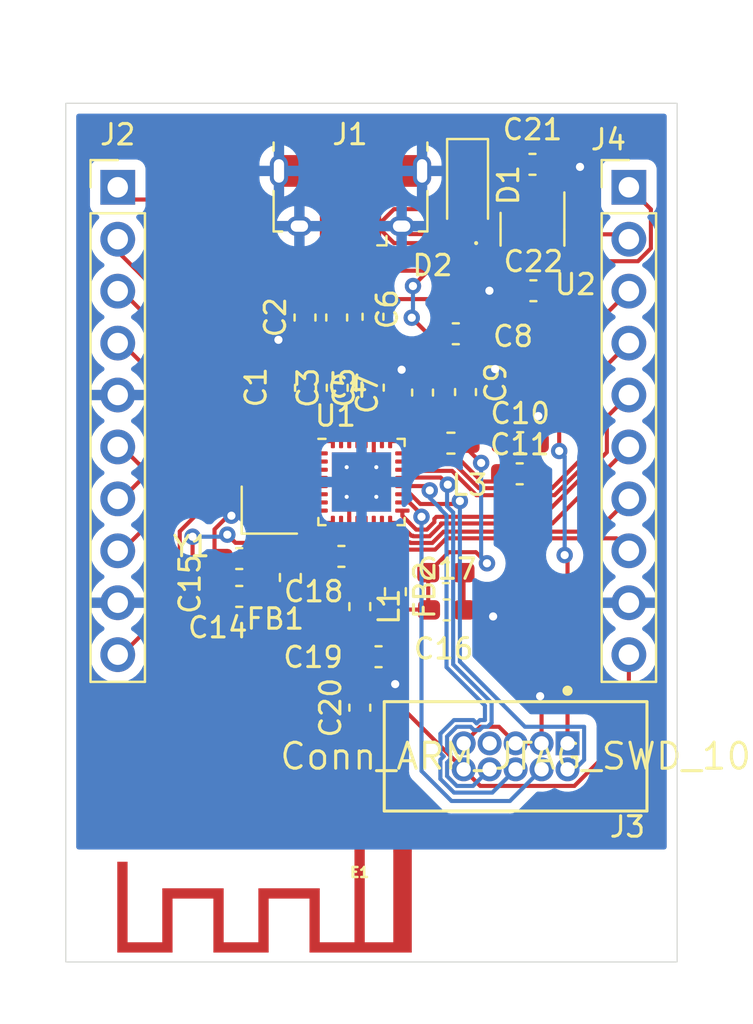
<source format=kicad_pcb>
(kicad_pcb (version 20211014) (generator pcbnew)
  (layers (0 "F.Cu" signal) (31 "B.Cu" signal) (34 "B.Paste" user) (35 "F.Paste" user) (36 "B.SilkS" user "B.Silkscreen") (37 "F.SilkS" user "F.Silkscreen") (38 "B.Mask" user) (39 "F.Mask" user) (44 "Edge.Cuts" user))
  (net 0 "")
  (net 1 "GND")
  (net 2 "/DVDD")
  (net 3 "Net-(C10-Pad1)")
  (net 4 "/HFXTAL_I")
  (net 5 "VBUS")
  (net 7 "/HFXTAL_O")
  (net 8 "/RF2G4_IO")
  (net 9 "Net-(C19-Pad1)")
  (net 10 "Net-(C20-Pad1)")
  (net 11 "/RFVDD")
  (net 12 "/PAVDD")
  (net 16 "/PD00")
  (net 17 "/PD01")
  (net 18 "/PB00")
  (net 19 "/PB01")
  (net 20 "/PB02")
  (net 21 "/PC00")
  (net 22 "/PC01")
  (net 23 "/SWDIO")
  (net 24 "/SWDCLK")
  (net 25 "/SWO")
  (net 27 "/TDI")
  (net 28 "/RESET_N")
  (net 29 "/PC02")
  (net 30 "/PC03")
  (net 31 "/PC04")
  (net 32 "/PC05")
  (net 33 "/PA05")
  (net 34 "/PA06")
  (net 35 "Net-(L3-Pad1)")
  (net 36 "/PA00")
  (net 37 "Net-(J1-Pad1)")
  (net 38 "+3.3V")
  (footprint "Capacitor_SMD:C_0603_1608Metric_Pad1.08x0.95mm_HandSolder" (layer "F.Cu") (at 230.04 93.91 90)
    (fp_text reference "C5")
    (fp_text value "0.1uF")
  )
  (footprint "Connector_PinHeader_2.54mm:PinHeader_1x10_P2.54mm_Vertical" (layer "F.Cu") (at 242.54 84.11)
    (fp_text reference "J4")
    (fp_text value "Conn_01x10")
  )
  (footprint "Capacitor_SMD:C_0603_1608Metric_Pad1.08x0.95mm_HandSolder" (layer "F.Cu") (at 237.825 82.9875 180)
    (fp_text reference "C21")
    (fp_text value "1uF")
  )
  (footprint "Capacitor_SMD:C_0603_1608Metric_Pad1.08x0.95mm_HandSolder" (layer "F.Cu") (at 228.25 90.48 -90)
    (fp_text reference "C4")
    (fp_text value "1uF")
  )
  (footprint "Package_DFN_QFN:QFN-32-1EP_4x4mm_P0.4mm_EP2.9x2.9mm_ThermalVias" (layer "F.Cu") (at 229.4625 98.525)
    (fp_text reference "U1")
    (fp_text value "EFR32MG22C224F512GN32")
  )
  (footprint "Capacitor_SMD:C_0603_1608Metric_Pad1.08x0.95mm_HandSolder" (layer "F.Cu") (at 237.2 98.125)
    (fp_text reference "C11")
    (fp_text value "0.1uF")
  )
  (footprint "Diode_SMD:D_0201_0603Metric" (layer "F.Cu") (at 234.21 86.84 180)
    (fp_text reference "D2")
    (fp_text value "D_TVS")
  )
  (footprint "ARM_DEBUG:CNC_Tech_2x5_ARM_DEBUG" (layer "F.Cu") (at 237 111.9425 180)
    (fp_text reference "J3")
    (fp_text value "Conn_ARM_JTAG_SWD_10")
  )
  (footprint "Capacitor_SMD:C_0603_1608Metric_Pad1.08x0.95mm_HandSolder" (layer "F.Cu") (at 229.38 109.5625 90)
    (fp_text reference "C20")
    (fp_text value "18pF")
  )
  (footprint "Connector_PinHeader_2.54mm:PinHeader_1x10_P2.54mm_Vertical" (layer "F.Cu") (at 217.54 84.11)
    (fp_text reference "J2")
    (fp_text value "Conn_01x10")
  )
  (footprint "Capacitor_SMD:C_0603_1608Metric_Pad1.08x0.95mm_HandSolder" (layer "F.Cu") (at 233.63 104.78)
    (fp_text reference "C16")
    (fp_text value "120pF")
  )
  (footprint "Capacitor_SMD:C_0603_1608Metric_Pad1.08x0.95mm_HandSolder" (layer "F.Cu") (at 223.4825 102.27 180)
    (fp_text reference "C15")
    (fp_text value "100nF")
  )
  (footprint "Capacitor_SMD:C_0603_1608Metric_Pad1.08x0.95mm_HandSolder" (layer "F.Cu") (at 226.7 90.48 -90)
    (fp_text reference "C2")
    (fp_text value "1uF")
  )
  (footprint "Capacitor_SMD:C_0603_1608Metric_Pad1.08x0.95mm_HandSolder" (layer "F.Cu") (at 232.45 94.15 90)
    (fp_text reference "C7")
    (fp_text value "10uF")
  )
  (footprint "Capacitor_SMD:C_0603_1608Metric_Pad1.08x0.95mm_HandSolder" (layer "F.Cu") (at 230.2975 107.07)
    (fp_text reference "C19")
    (fp_text value "1.3pF")
  )
  (footprint "Inductor_SMD:L_0603_1608Metric_Pad1.05x0.95mm_HandSolder" (layer "F.Cu") (at 229.38 104.6185 -90)
    (fp_text reference "L1")
    (fp_text value "2.6nH")
  )
  (footprint "Inductor_SMD:L_0603_1608Metric_Pad1.05x0.95mm_HandSolder" (layer "F.Cu") (at 231.12 103.89 -90)
    (fp_text reference "FB2")
    (fp_text value "1-5.2uH 0.5-1 Ω")
  )
  (footprint "Capacitor_SMD:C_0603_1608Metric_Pad1.08x0.95mm_HandSolder" (layer "F.Cu") (at 234.55 94.125 90)
    (fp_text reference "C9")
    (fp_text value "4.7uF")
  )
  (footprint "Capacitor_SMD:C_0603_1608Metric_Pad1.08x0.95mm_HandSolder" (layer "F.Cu") (at 237.87 89.17)
    (fp_text reference "C22")
    (fp_text value "1uF")
  )
  (footprint "Capacitor_SMD:C_0603_1608Metric_Pad1.08x0.95mm_HandSolder" (layer "F.Cu") (at 233.59 102.96)
    (fp_text reference "C17")
    (fp_text value "100nF")
  )
  (footprint "Inductor_SMD:L_0603_1608Metric_Pad1.05x0.95mm_HandSolder" (layer "F.Cu") (at 233.8375 96.625)
    (fp_text reference "L3")
    (fp_text value "2.2uH")
  )
  (footprint "Inductor_SMD:L_0603_1608Metric_Pad1.05x0.95mm_HandSolder" (layer "F.Cu") (at 225.9825 103.195 -90)
    (fp_text reference "FB1")
    (fp_text value "1-5.2uH 0.5-1 Ω")
  )
  (footprint "Capacitor_SMD:C_0603_1608Metric_Pad1.08x0.95mm_HandSolder" (layer "F.Cu") (at 228.275 93.9175 90)
    (fp_text reference "C3")
    (fp_text value "10nF")
  )
  (footprint "Capacitor_SMD:C_0603_1608Metric_Pad1.08x0.95mm_HandSolder" (layer "F.Cu") (at 237.225 96.6)
    (fp_text reference "C10")
    (fp_text value "1.0uF")
  )
  (footprint "Capacitor_SMD:C_0603_1608Metric_Pad1.08x0.95mm_HandSolder" (layer "F.Cu") (at 234.075 91.275)
    (fp_text reference "C8")
    (fp_text value "0.1uF")
  )
  (footprint "Package_TO_SOT_SMD:SOT-23-5" (layer "F.Cu") (at 237.825 86.1625 -90)
    (fp_text reference "U2")
    (fp_text value "TLV75533PDBV")
  )
  (footprint "Capacitor_SMD:C_0603_1608Metric_Pad1.08x0.95mm_HandSolder" (layer "F.Cu") (at 223.4825 104.12 180)
    (fp_text reference "C14")
    (fp_text value "120pF")
  )
  (footprint "Connector_USB:USB_Micro-B_Amphenol_10118194_Horizontal" (layer "F.Cu") (at 228.925 84.61 180)
    (fp_text reference "J1")
    (fp_text value "USB_B_Micro 10118194-0011LF")
  )
  (footprint "EFR32MG22_module:TRACE_ANTENNA_2.4GHZ_15.2MM" (layer "F.Cu") (at 229.37 116.638135 180)
    (fp_text reference "E1")
    (fp_text value "Inverted F antenna")
  )
  (footprint "Diode_SMD:D_SOD-123" (layer "F.Cu") (at 234.65 84 -90)
    (fp_text reference "D1")
    (fp_text value "D")
  )
  (footprint "Capacitor_SMD:C_0603_1608Metric_Pad1.08x0.95mm_HandSolder" (layer "F.Cu") (at 228.48 102.1625 180)
    (fp_text reference "C18")
    (fp_text value "1.2pF")
  )
  (footprint "Capacitor_SMD:C_0603_1608Metric_Pad1.08x0.95mm_HandSolder" (layer "F.Cu") (at 226.725 93.9175 90)
    (fp_text reference "C1")
    (fp_text value "0.1uF")
  )
  (footprint "Capacitor_SMD:C_0603_1608Metric_Pad1.08x0.95mm_HandSolder" (layer "F.Cu") (at 230.025 90.4425 -90)
    (fp_text reference "C6")
    (fp_text value "2.7uF")
  )
  (footprint "Crystal:Crystal_SMD_2016-4Pin_2.0x1.6mm" (layer "F.Cu") (at 224.954 99.9)
    (fp_text reference "Y1")
    (fp_text value "Crystal ECS-384-CDX-1983-TR3")
  )
  (gr_rect (start 215 80) (end 244.9 122) (layer "Edge.Cuts") (width 0.05) (fill none))
  (segment (start 234.18 86.4) (end 234.53 86.75) (width 0.2) (layer "F.Cu") (net 1))
  (segment (start 230.04 93.0475) (end 231.411852 93.0475) (width 0.2) (layer "F.Cu") (net 1))
  (segment (start 230.025 91.305) (end 230.025 93.0325) (width 0.2) (layer "F.Cu") (net 1))
  (segment (start 230.0625 97.925) (end 230.0625 96.525) (width 0.2) (layer "F.Cu") (net 1))
  (segment (start 229.375 83.31) (end 231.275 83.31) (width 0.25) (layer "F.Cu") (net 1))
  (segment (start 237.0075 89.17) (end 235.72 89.17) (width 0.2) (layer "F.Cu") (net 1))
  (segment (start 238.6875 82.9875) (end 237.825 83.85) (width 0.2) (layer "F.Cu") (net 1))
  (segment (start 228.8625 100.990741) (end 228.8625 100.525) (width 0.2) (layer "F.Cu") (net 1))
  (segment (start 225.45 100.45) (end 224.35 99.35) (width 0.2) (layer "F.Cu") (net 1))
  (segment (start 231.679852 93.2875) (end 231.425852 93.0335) (width 0.2) (layer "F.Cu") (net 1))
  (segment (start 222.2735 101.9235) (end 222.2735 100.840495) (width 0.2) (layer "F.Cu") (net 1))
  (segment (start 228.2 92.88) (end 226.9 92.88) (width 0.2) (layer "F.Cu") (net 1))
  (segment (start 227.690741 102.1625) (end 228.8625 100.990741) (width 0.2) (layer "F.Cu") (net 1))
  (segment (start 222.2735 100.840495) (end 222.940498 100.173497) (width 0.2) (layer "F.Cu") (net 1))
  (segment (start 222.62 102.27) (end 222.62 104.12) (width 0.2) (layer "F.Cu") (net 1))
  (segment (start 238.0125 96.875) (end 238.0125 98.075) (width 0.2) (layer "F.Cu") (net 1))
  (segment (start 231.411852 93.0475) (end 231.425852 93.0335) (width 0.2) (layer "F.Cu") (net 1))
  (segment (start 234.8125 105.1) (end 235.9 105.1) (width 0.2) (layer "F.Cu") (net 1))
  (segment (start 234.4925 104.78) (end 234.8125 105.1) (width 0.2) (layer "F.Cu") (net 1))
  (segment (start 240.025 82.9875) (end 240.15 83.1125) (width 0.2) (layer "F.Cu") (net 1))
  (segment (start 231.815 86.4) (end 234.18 86.4) (width 0.2) (layer "F.Cu") (net 1))
  (segment (start 232.45 93.2875) (end 231.679852 93.2875) (width 0.2) (layer "F.Cu") (net 1))
  (segment (start 234.4525 102.96) (end 234.4525 104.74) (width 0.2) (layer "F.Cu") (net 1))
  (segment (start 238.27 109.07) (end 238.2 109) (width 0.2) (layer "F.Cu") (net 1))
  (segment (start 228.8625 100.525) (end 228.8625 99.125) (width 0.2) (layer "F.Cu") (net 1))
  (segment (start 222.940498 100.173497) (end 223.1 100.173497) (width 0.2) (layer "F.Cu") (net 1))
  (segment (start 234.55 93.2625) (end 234.55 91.6625) (width 0.2) (layer "F.Cu") (net 1))
  (segment (start 226.7 91.3425) (end 228 91.3425) (width 0.2) (layer "F.Cu") (net 1))
  (segment (start 236.188 110.4955) (end 237 111.3075) (width 0.2) (layer "F.Cu") (net 1))
  (segment (start 231.16 107.07) (end 231.16 108.36) (width 0.2) (layer "F.Cu") (net 1))
  (segment (start 237.825 83.85) (end 237.825 85.025) (width 0.2) (layer "F.Cu") (net 1))
  (segment (start 238.11 95.3) (end 238.11 96.5775) (width 0.2) (layer "F.Cu") (net 1))
  (segment (start 225.475 83.31) (end 227.375 83.31) (width 0.25) (layer "F.Cu") (net 1))
  (segment (start 227.625 86.01) (end 226.425 86.01) (width 0.2) (layer "F.Cu") (net 1))
  (segment (start 225.6275 91.3425) (end 225.4 91.57) (width 0.2) (layer "F.Cu") (net 1))
  (segment (start 226.7 91.3425) (end 225.6275 91.3425) (width 0.2) (layer "F.Cu") (net 1))
  (segment (start 234.46 111.3075) (end 235.272 110.4955) (width 0.2) (layer "F.Cu") (net 1))
  (segment (start 226.725 93.055) (end 226.725 91.53) (width 0.25) (layer "F.Cu") (net 1))
  (segment (start 223.93 99.35) (end 223.106503 100.173497) (width 0.2) (layer "F.Cu") (net 1))
  (segment (start 238.6875 82.9875) (end 240.025 82.9875) (width 0.2) (layer "F.Cu") (net 1))
  (segment (start 238.27 111.3075) (end 237 111.3075) (width 0.2) (layer "F.Cu") (net 1))
  (segment (start 223.106503 100.173497) (end 223.1 100.173497) (width 0.2) (layer "F.Cu") (net 1))
  (segment (start 234.55 91.6625) (end 234.9375 91.275) (width 0.2) (layer "F.Cu") (net 1))
  (segment (start 238.27 111.3075) (end 238.27 109.07) (width 0.2) (layer "F.Cu") (net 1))
  (segment (start 231.16 108.36) (end 231.11 108.41) (width 0.2) (layer "F.Cu") (net 1))
  (segment (start 234.5375 91.125) (end 234.5375 92.2125) (width 0.2) (layer "F.Cu") (net 1))
  (segment (start 228.225 92.6675) (end 228.225 91.1425) (width 0.25) (layer "F.Cu") (net 1))
  (segment (start 231.425 86.01) (end 231.815 86.4) (width 0.2) (layer "F.Cu") (net 1))
  (segment (start 235.272 110.4955) (end 236.188 110.4955) (width 0.2) (layer "F.Cu") (net 1))
  (segment (start 234.7375 93) (end 236 93) (width 0.2) (layer "F.Cu") (net 1))
  (via (at 238.2 109) (size 0.8) (drill 0.4) (layers "F.Cu" "B.Cu") (net 1))
  (via (at 231.425852 93.0335) (size 0.8) (drill 0.4) (layers "F.Cu" "B.Cu") (net 1))
  (via (at 225.4 91.57) (size 0.8) (drill 0.4) (layers "F.Cu" "B.Cu") (net 1))
  (via (at 235.72 89.17) (size 0.8) (drill 0.4) (layers "F.Cu" "B.Cu") (net 1))
  (via (at 240.15 83.1125) (size 0.8) (drill 0.4) (layers "F.Cu" "B.Cu") (net 1))
  (via (at 223.1 100.173497) (size 0.8) (drill 0.4) (layers "F.Cu" "B.Cu") (net 1))
  (via (at 235.9 105.1) (size 0.8) (drill 0.4) (layers "F.Cu" "B.Cu") (net 1))
  (via (at 238.11 95.3) (size 0.8) (drill 0.4) (layers "F.Cu" "B.Cu") (net 1))
  (via (at 231.11 108.41) (size 0.8) (drill 0.4) (layers "F.Cu" "B.Cu") (net 1))
  (via (at 236 93) (size 0.8) (drill 0.4) (layers "F.Cu" "B.Cu") (net 1))
  (segment (start 230.025 89.58) (end 232.711902 89.58) (width 0.2) (layer "F.Cu") (net 2))
  (segment (start 232.7275 102.96) (end 233.7295 101.958) (width 0.2) (layer "F.Cu") (net 2))
  (segment (start 229.323 94.0555) (end 230.04 94.7725) (width 0.2) (layer "F.Cu") (net 2))
  (segment (start 234.7125 96.988251) (end 235.315116 97.590867) (width 0.2) (layer "F.Cu") (net 2))
  (segment (start 231.12 104.765) (end 232.7525 104.765) (width 0.2) (layer "F.Cu") (net 2))
  (segment (start 225.9825 104.07) (end 224.395 104.07) (width 0.2) (layer "F.Cu") (net 2))
  (segment (start 230.025 89.58) (end 229.323 90.282) (width 0.2) (layer "F.Cu") (net 2))
  (segment (start 229.323 90.282) (end 229.323 94.0555) (width 0.2) (layer "F.Cu") (net 2))
  (segment (start 226.654 104.7415) (end 225.9825 104.07) (width 0.2) (layer "F.Cu") (net 2))
  (segment (start 229.6625 96.525) (end 229.6625 95.15) (width 0.2) (layer "F.Cu") (net 2))
  (segment (start 232.7275 102.96) (end 232.7275 104.74) (width 0.2) (layer "F.Cu") (net 2))
  (segment (start 232.711902 89.58) (end 234.1 90.968098) (width 0.2) (layer "F.Cu") (net 2))
  (segment (start 229.6625 95.15) (end 230.04 94.7725) (width 0.2) (layer "F.Cu") (net 2))
  (segment (start 234.7125 96.625) (end 234.7125 95.15) (width 0.2) (layer "F.Cu") (net 2))
  (segment (start 233.84 92.778098) (end 233.84 94.2775) (width 0.2) (layer "F.Cu") (net 2))
  (segment (start 234.1 90.968098) (end 234.1 92.518098) (width 0.2) (layer "F.Cu") (net 2))
  (segment (start 235.058 101.958) (end 235.6 102.5) (width 0.2) (layer "F.Cu") (net 2))
  (segment (start 224.32 104.12) (end 224.32 102.42) (width 0.2) (layer "F.Cu") (net 2))
  (segment (start 233.84 94.2775) (end 234.55 94.9875) (width 0.2) (layer "F.Cu") (net 2))
  (segment (start 233.7295 101.958) (end 235.058 101.958) (width 0.2) (layer "F.Cu") (net 2))
  (segment (start 231.0965 104.7415) (end 226.654 104.7415) (width 0.2) (layer "F.Cu") (net 2))
  (segment (start 234.1 92.518098) (end 233.84 92.778098) (width 0.2) (layer "F.Cu") (net 2))
  (via (at 235.315116 97.590867) (size 0.8) (drill 0.4) (layers "F.Cu" "B.Cu") (net 2))
  (via (at 235.6 102.5) (size 0.8) (drill 0.4) (layers "F.Cu" "B.Cu") (net 2))
  (segment (start 235.315116 97.590867) (end 235.315116 102.215116) (width 0.2) (layer "B.Cu") (net 2))
  (segment (start 235.315116 102.215116) (end 235.6 102.5) (width 0.2) (layer "B.Cu") (net 2))
  (segment (start 231.4625 97.125) (end 232.280598 97.125) (width 0.2) (layer "F.Cu") (net 3))
  (segment (start 234.165243 97.327) (end 235.338742 98.500499) (width 0.2) (layer "F.Cu") (net 3))
  (segment (start 235.338742 98.500499) (end 235.962001 98.500499) (width 0.2) (layer "F.Cu") (net 3))
  (segment (start 235.962001 98.500499) (end 236.3375 98.125) (width 0.2) (layer "F.Cu") (net 3))
  (segment (start 236.3375 98.125) (end 236.3375 96.625) (width 0.2) (layer "F.Cu") (net 3))
  (segment (start 232.280598 97.125) (end 232.482598 97.327) (width 0.2) (layer "F.Cu") (net 3))
  (segment (start 232.482598 97.327) (end 234.165243 97.327) (width 0.2) (layer "F.Cu") (net 3))
  (segment (start 225.829 99.525) (end 227.4625 99.525) (width 0.2) (layer "F.Cu") (net 4))
  (segment (start 234.65 83.44) (end 234.65 82.35) (width 0.2) (layer "F.Cu") (net 5))
  (segment (start 237.518841 85.9145) (end 236.875 85.270659) (width 0.2) (layer "F.Cu") (net 5))
  (segment (start 236.325 82.35) (end 236.9625 82.9875) (width 0.2) (layer "F.Cu") (net 5))
  (segment (start 233.38 84.71) (end 234.65 83.44) (width 0.2) (layer "F.Cu") (net 5))
  (segment (start 218.14 84.71) (end 233.38 84.71) (width 0.2) (layer "F.Cu") (net 5))
  (segment (start 238.131159 85.9145) (end 237.518841 85.9145) (width 0.2) (layer "F.Cu") (net 5))
  (segment (start 234.65 82.35) (end 236.325 82.35) (width 0.2) (layer "F.Cu") (net 5))
  (segment (start 236.875 83.075) (end 236.875 85.025) (width 0.2) (layer "F.Cu") (net 5))
  (segment (start 238.775 85.270659) (end 238.131159 85.9145) (width 0.2) (layer "F.Cu") (net 5))
  (segment (start 224.881 101.077) (end 226.261258 101.077) (width 0.2) (layer "F.Cu") (net 7))
  (segment (start 226.261258 101.077) (end 227.413258 99.925) (width 0.2) (layer "F.Cu") (net 7))
  (segment (start 224.254 100.45) (end 224.881 101.077) (width 0.2) (layer "F.Cu") (net 7))
  (segment (start 229.3425 102.1625) (end 229.3425 103.706) (width 0.2) (layer "F.Cu") (net 8))
  (segment (start 229.2625 100.525) (end 229.2625 102.0825) (width 0.2) (layer "F.Cu") (net 8))
  (segment (start 229.38 105.4935) (end 229.38 107.025) (width 0.2) (layer "F.Cu") (net 9))
  (segment (start 229.3425 107.0625) (end 229.3425 108.6625) (width 0.2) (layer "F.Cu") (net 9))
  (segment (start 229.37 110.435) (end 229.37 116.388135) (width 0.5) (layer "F.Cu") (net 10))
  (segment (start 228.4625 100.866726) (end 228.4625 100.525) (width 0.2) (layer "F.Cu") (net 11))
  (segment (start 226.69 101.895598) (end 226.69 101.641484) (width 0.2) (layer "F.Cu") (net 11))
  (segment (start 226.69 101.641484) (end 227.071484 101.26) (width 0.2) (layer "F.Cu") (net 11))
  (segment (start 227.071484 101.26) (end 228.069226 101.26) (width 0.2) (layer "F.Cu") (net 11))
  (segment (start 228.069226 101.26) (end 228.4625 100.866726) (width 0.2) (layer "F.Cu") (net 11))
  (segment (start 226.265598 102.32) (end 226.69 101.895598) (width 0.2) (layer "F.Cu") (net 11))
  (segment (start 228.4625 100.525) (end 228.4625 100.866737) (width 0.2) (layer "F.Cu") (net 11))
  (segment (start 229.6625 101.288098) (end 231.12 102.745598) (width 0.2) (layer "F.Cu") (net 12))
  (segment (start 229.6625 100.525) (end 229.6625 101.288098) (width 0.2) (layer "F.Cu") (net 12))
  (segment (start 217.74 87.451144) (end 226.813856 96.525) (width 0.2) (layer "F.Cu") (net 16))
  (segment (start 226.813856 96.525) (end 228.0625 96.525) (width 0.2) (layer "F.Cu") (net 16))
  (segment (start 217.74 86.65) (end 217.74 87.451144) (width 0.2) (layer "F.Cu") (net 16))
  (segment (start 242.3005 86.4105) (end 236.4895 86.4105) (width 0.2) (layer "F.Cu") (net 17))
  (segment (start 235.0375 87.8625) (end 236.4895 86.4105) (width 0.2) (layer "F.Cu") (net 17))
  (segment (start 224.7 93.949402) (end 226.295098 95.5445) (width 0.2) (layer "F.Cu") (net 17))
  (segment (start 227.823737 95.5445) (end 226.295098 95.5445) (width 0.2) (layer "F.Cu") (net 17))
  (segment (start 228.4625 96.183263) (end 227.823737 95.5445) (width 0.2) (layer "F.Cu") (net 17))
  (segment (start 226.0375 87.8625) (end 224.7 89.2) (width 0.2) (layer "F.Cu") (net 17))
  (segment (start 224.7 93.949402) (end 224.7 89.2) (width 0.2) (layer "F.Cu") (net 17))
  (segment (start 235.0375 87.8625) (end 226.0375 87.8625) (width 0.2) (layer "F.Cu") (net 17))
  (segment (start 228.4625 96.525) (end 228.4625 96.183263) (width 0.2) (layer "F.Cu") (net 17))
  (segment (start 232.791709 101.179501) (end 233.349964 100.621246) (width 0.2) (layer "F.Cu") (net 18))
  (segment (start 231.346999 100.594746) (end 231.905254 101.153001) (width 0.2) (layer "F.Cu") (net 18))
  (segment (start 233.349964 100.621246) (end 233.349964 100.556039) (width 0.2) (layer "F.Cu") (net 18))
  (segment (start 232.002217 101.179501) (end 232.791709 101.179501) (width 0.2) (layer "F.Cu") (net 18))
  (segment (start 233.353001 100.553002) (end 238.796998 100.553002) (width 0.2) (layer "F.Cu") (net 18))
  (segment (start 231.318997 100.525) (end 231.346999 100.553002) (width 0.2) (layer "F.Cu") (net 18))
  (segment (start 231.905254 101.153001) (end 231.975717 101.153001) (width 0.2) (layer "F.Cu") (net 18))
  (segment (start 231.975717 101.153001) (end 232.002217 101.179501) (width 0.2) (layer "F.Cu") (net 18))
  (segment (start 233.349964 100.556039) (end 233.353001 100.553002) (width 0.2) (layer "F.Cu") (net 18))
  (segment (start 230.8625 100.525) (end 231.318997 100.525) (width 0.2) (layer "F.Cu") (net 18))
  (segment (start 238.796998 100.553002) (end 242.54 96.81) (width 0.2) (layer "F.Cu") (net 18))
  (segment (start 231.346999 100.553002) (end 231.346999 100.594746) (width 0.2) (layer "F.Cu") (net 18))
  (segment (start 230.697763 101.102) (end 231.392511 101.102) (width 0.2) (layer "F.Cu") (net 19))
  (segment (start 231.770013 101.479502) (end 231.840476 101.479502) (width 0.2) (layer "F.Cu") (net 19))
  (segment (start 230.5355 100.598) (end 230.5355 100.939737) (width 0.2) (layer "F.Cu") (net 19))
  (segment (start 232.92695 101.506002) (end 233.479453 100.953499) (width 0.2) (layer "F.Cu") (net 19))
  (segment (start 230.5355 100.939737) (end 230.697763 101.102) (width 0.2) (layer "F.Cu") (net 19))
  (segment (start 231.840476 101.479502) (end 231.866976 101.506002) (width 0.2) (layer "F.Cu") (net 19))
  (segment (start 231.392511 101.102) (end 231.770013 101.479502) (width 0.2) (layer "F.Cu") (net 19))
  (segment (start 230.4625 100.525) (end 230.5355 100.598) (width 0.2) (layer "F.Cu") (net 19))
  (segment (start 240.936501 100.953499) (end 242.54 99.35) (width 0.2) (layer "F.Cu") (net 19))
  (segment (start 231.866976 101.506002) (end 232.92695 101.506002) (width 0.2) (layer "F.Cu") (net 19))
  (segment (start 233.479453 100.953499) (end 240.936501 100.953499) (width 0.2) (layer "F.Cu") (net 19))
  (segment (start 231.634772 101.806003) (end 231.705235 101.806003) (width 0.2) (layer "F.Cu") (net 20))
  (segment (start 230.0625 100.929) (end 230.1855 101.052) (width 0.2) (layer "F.Cu") (net 20))
  (segment (start 231.731735 101.832503) (end 233.062191 101.832503) (width 0.2) (layer "F.Cu") (net 20))
  (segment (start 230.500259 101.428501) (end 231.25727 101.428501) (width 0.2) (layer "F.Cu") (net 20))
  (segment (start 230.258999 101.124978) (end 230.258999 101.187241) (width 0.2) (layer "F.Cu") (net 20))
  (segment (start 230.258999 101.187241) (end 230.500259 101.428501) (width 0.2) (layer "F.Cu") (net 20))
  (segment (start 230.1855 101.052) (end 230.208999 101.052) (width 0.2) (layer "F.Cu") (net 20))
  (segment (start 230.208999 101.052) (end 230.208999 101.074978) (width 0.2) (layer "F.Cu") (net 20))
  (segment (start 231.25727 101.428501) (end 231.634772 101.806003) (width 0.2) (layer "F.Cu") (net 20))
  (segment (start 230.208999 101.074978) (end 230.258999 101.124978) (width 0.2) (layer "F.Cu") (net 20))
  (segment (start 231.705235 101.806003) (end 231.731735 101.832503) (width 0.2) (layer "F.Cu") (net 20))
  (segment (start 233.062191 101.832503) (end 233.614694 101.28) (width 0.2) (layer "F.Cu") (net 20))
  (segment (start 233.614694 101.28) (end 241.93 101.28) (width 0.2) (layer "F.Cu") (net 20))
  (segment (start 230.0625 100.525) (end 230.0625 100.929) (width 0.2) (layer "F.Cu") (net 20))
  (segment (start 241.93 101.28) (end 242.54 101.89) (width 0.2) (layer "F.Cu") (net 20))
  (segment (start 227.4625 97.125) (end 227.189001 96.851501) (width 0.2) (layer "F.Cu") (net 21))
  (segment (start 227.189001 96.851501) (end 225.401501 96.851501) (width 0.2) (layer "F.Cu") (net 21))
  (segment (start 225.401501 96.851501) (end 217.74 89.19) (width 0.2) (layer "F.Cu") (net 21))
  (segment (start 223.188002 97.178002) (end 217.74 91.73) (width 0.2) (layer "F.Cu") (net 22))
  (segment (start 227.4625 97.525) (end 226.979968 97.525) (width 0.2) (layer "F.Cu") (net 22))
  (segment (start 226.63297 97.178002) (end 223.188002 97.178002) (width 0.2) (layer "F.Cu") (net 22))
  (segment (start 226.979968 97.525) (end 226.63297 97.178002) (width 0.2) (layer "F.Cu") (net 22))
  (segment (start 232.340979 99.6) (end 234.129369 99.6) (width 0.2) (layer "F.Cu") (net 23))
  (segment (start 231.865979 99.125) (end 232.340979 99.6) (width 0.2) (layer "F.Cu") (net 23))
  (segment (start 234.145131 99.454869) (end 234.2745 99.454869) (width 0.2) (layer "F.Cu") (net 23))
  (segment (start 234.129369 99.6) (end 234.2745 99.454869) (width 0.2) (layer "F.Cu") (net 23))
  (segment (start 231.4625 99.125) (end 231.865979 99.125) (width 0.2) (layer "F.Cu") (net 23))
  (via (at 234.2745 99.454869) (size 0.8) (drill 0.4) (layers "F.Cu" "B.Cu") (net 23))
  (segment (start 240.352 110.4955) (end 237.458 110.4955) (width 0.2) (layer "B.Cu") (net 23))
  (segment (start 237.458 110.4955) (end 234.2745 107.312) (width 0.2) (layer "B.Cu") (net 23))
  (segment (start 234.2745 107.312) (end 234.2745 99.454869) (width 0.2) (layer "B.Cu") (net 23))
  (segment (start 239.894 112.5775) (end 240.352 112.1195) (width 0.2) (layer "B.Cu") (net 23))
  (segment (start 240.352 112.1195) (end 240.352 110.4955) (width 0.2) (layer "B.Cu") (net 23))
  (segment (start 231.4625 99.525) (end 231.804237 99.525) (width 0.2) (layer "F.Cu") (net 24))
  (segment (start 232.396963 100.117726) (end 232.396963 100.2265) (width 0.2) (layer "F.Cu") (net 24))
  (segment (start 231.804237 99.525) (end 232.396963 100.117726) (width 0.2) (layer "F.Cu") (net 24))
  (via (at 232.396963 100.2265) (size 0.8) (drill 0.4) (layers "F.Cu" "B.Cu") (net 24))
  (segment (start 232.396963 100.2265) (end 232.396963 112.658705) (width 0.2) (layer "B.Cu") (net 24))
  (segment (start 236.720999 114.126501) (end 238.27 112.5775) (width 0.2) (layer "B.Cu") (net 24))
  (segment (start 232.396963 112.658705) (end 233.864759 114.126501) (width 0.2) (layer "B.Cu") (net 24))
  (segment (start 233.864759 114.126501) (end 236.720999 114.126501) (width 0.2) (layer "B.Cu") (net 24))
  (segment (start 231.4625 98.725) (end 232.589548 98.725) (width 0.2) (layer "F.Cu") (net 25))
  (segment (start 232.589548 98.725) (end 232.8 98.935452) (width 0.2) (layer "F.Cu") (net 25))
  (via (at 232.8 98.935452) (size 0.8) (drill 0.4) (layers "F.Cu" "B.Cu") (net 25))
  (segment (start 233.321499 111.779083) (end 233.484916 111.9425) (width 0.2) (layer "B.Cu") (net 25))
  (segment (start 235.861499 113.716001) (end 237 112.5775) (width 0.2) (layer "B.Cu") (net 25))
  (segment (start 233.321499 113.049083) (end 233.988417 113.716001) (width 0.2) (layer "B.Cu") (net 25))
  (segment (start 233.320999 99.849822) (end 233.620999 100.149822) (width 0.2) (layer "B.Cu") (net 25))
  (segment (start 233.620999 107.582689) (end 235.5 109.46169) (width 0.2) (layer "B.Cu") (net 25))
  (segment (start 233.484916 111.9425) (end 233.321499 112.105917) (width 0.2) (layer "B.Cu") (net 25))
  (segment (start 233.988417 113.716001) (end 235.861499 113.716001) (width 0.2) (layer "B.Cu") (net 25))
  (segment (start 235.5 109.46169) (end 235.5 110.168999) (width 0.2) (layer "B.Cu") (net 25))
  (segment (start 233.321499 112.105917) (end 233.321499 113.049083) (width 0.2) (layer "B.Cu") (net 25))
  (segment (start 233.321499 110.835917) (end 233.321499 111.779083) (width 0.2) (layer "B.Cu") (net 25))
  (segment (start 233.320999 99.820999) (end 233.320999 99.849822) (width 0.2) (layer "B.Cu") (net 25))
  (segment (start 232.8 99.3) (end 233.320999 99.820999) (width 0.2) (layer "B.Cu") (net 25))
  (segment (start 232.8 98.935452) (end 232.8 99.3) (width 0.2) (layer "B.Cu") (net 25))
  (segment (start 235.095 110.332416) (end 234.931583 110.168999) (width 0.2) (layer "B.Cu") (net 25))
  (segment (start 235.258417 110.168999) (end 235.095 110.332416) (width 0.2) (layer "B.Cu") (net 25))
  (segment (start 233.620999 100.149822) (end 233.620999 107.582689) (width 0.2) (layer "B.Cu") (net 25))
  (segment (start 233.988417 110.168999) (end 233.321499 110.835917) (width 0.2) (layer "B.Cu") (net 25))
  (segment (start 234.931583 110.168999) (end 233.988417 110.168999) (width 0.2) (layer "B.Cu") (net 25))
  (segment (start 235.5 110.168999) (end 235.258417 110.168999) (width 0.2) (layer "B.Cu") (net 25))
  (segment (start 231.4625 98.325) (end 231.480993 98.306507) (width 0.2) (layer "F.Cu") (net 27))
  (segment (start 233.335261 98.306507) (end 233.682703 98.653949) (width 0.2) (layer "F.Cu") (net 27))
  (segment (start 231.480993 98.306507) (end 233.335261 98.306507) (width 0.2) (layer "F.Cu") (net 27))
  (via (at 233.682703 98.653949) (size 0.8) (drill 0.4) (layers "F.Cu" "B.Cu") (net 27))
  (segment (start 233.9475 107.447448) (end 235.826501 109.326449) (width 0.2) (layer "B.Cu") (net 27))
  (segment (start 233.648 98.688652) (end 233.648 99.715081) (width 0.2) (layer "B.Cu") (net 27))
  (segment (start 235.635241 110.4955) (end 235.393658 110.4955) (width 0.2) (layer "B.Cu") (net 27))
  (segment (start 235.826501 109.326449) (end 235.826501 110.30424) (width 0.2) (layer "B.Cu") (net 27))
  (segment (start 233.648 99.715081) (end 233.9475 100.014581) (width 0.2) (layer "B.Cu") (net 27))
  (segment (start 233.9475 100.014581) (end 233.9475 107.447448) (width 0.2) (layer "B.Cu") (net 27))
  (segment (start 233.811417 112.077741) (end 233.648 112.241158) (width 0.2) (layer "B.Cu") (net 27))
  (segment (start 235.826501 110.30424) (end 235.635241 110.4955) (width 0.2) (layer "B.Cu") (net 27))
  (segment (start 234.796341 110.4955) (end 234.123658 110.4955) (width 0.2) (layer "B.Cu") (net 27))
  (segment (start 235.393658 110.4955) (end 235.230241 110.658917) (width 0.2) (layer "B.Cu") (net 27))
  (segment (start 234.918 113.3895) (end 235.73 112.5775) (width 0.2) (layer "B.Cu") (net 27))
  (segment (start 234.959759 110.658917) (end 234.796341 110.4955) (width 0.2) (layer "B.Cu") (net 27))
  (segment (start 233.648 111.643842) (end 233.811417 111.807259) (width 0.2) (layer "B.Cu") (net 27))
  (segment (start 233.648 110.971158) (end 233.648 111.643842) (width 0.2) (layer "B.Cu") (net 27))
  (segment (start 234.123658 110.4955) (end 233.648 110.971158) (width 0.2) (layer "B.Cu") (net 27))
  (segment (start 235.230241 110.658917) (end 234.959759 110.658917) (width 0.2) (layer "B.Cu") (net 27))
  (segment (start 233.648 112.241158) (end 233.648 112.913842) (width 0.2) (layer "B.Cu") (net 27))
  (segment (start 233.811417 111.807259) (end 233.811417 112.077741) (width 0.2) (layer "B.Cu") (net 27))
  (segment (start 234.123658 113.3895) (end 234.918 113.3895) (width 0.2) (layer "B.Cu") (net 27))
  (segment (start 233.682703 98.653949) (end 233.648 98.688652) (width 0.2) (layer "B.Cu") (net 27))
  (segment (start 233.648 112.913842) (end 234.123658 113.3895) (width 0.2) (layer "B.Cu") (net 27))
  (segment (start 235.272 113.3895) (end 234.46 112.5775) (width 0.2) (layer "F.Cu") (net 28))
  (segment (start 226.966098 109.6605) (end 221.2 103.894402) (width 0.2) (layer "F.Cu") (net 28))
  (segment (start 242.54 110.725842) (end 239.876342 113.3895) (width 0.2) (layer "F.Cu") (net 28))
  (segment (start 227.344742 100.525) (end 226.369742 101.5) (width 0.2) (layer "F.Cu") (net 28))
  (segment (start 231.543 109.6605) (end 226.966098 109.6605) (width 0.2) (layer "F.Cu") (net 28))
  (segment (start 242.54 106.97) (end 242.54 110.725842) (width 0.2) (layer "F.Cu") (net 28))
  (segment (start 223.3 101.5) (end 226.369742 101.5) (width 0.2) (layer "F.Cu") (net 28))
  (segment (start 239.876342 113.3895) (end 235.272 113.3895) (width 0.2) (layer "F.Cu") (net 28))
  (segment (start 228.0625 100.525) (end 227.344742 100.525) (width 0.2) (layer "F.Cu") (net 28))
  (segment (start 221.2 103.894402) (end 221.2 101.2) (width 0.2) (layer "F.Cu") (net 28))
  (segment (start 223.3 101.5) (end 222.9 101.1) (width 0.2) (layer "F.Cu") (net 28))
  (segment (start 234.46 112.5775) (end 231.543 109.6605) (width 0.2) (layer "F.Cu") (net 28))
  (via (at 222.9 101.1) (size 0.8) (drill 0.4) (layers "F.Cu" "B.Cu") (net 28))
  (via (at 221.2 101.2) (size 0.8) (drill 0.4) (layers "F.Cu" "B.Cu") (net 28))
  (segment (start 221.2 101.2) (end 222.8 101.2) (width 0.2) (layer "B.Cu") (net 28))
  (segment (start 222.8 101.2) (end 222.9 101.1) (width 0.2) (layer "B.Cu") (net 28))
  (segment (start 226.918226 97.925) (end 226.653226 97.66) (width 0.2) (layer "F.Cu") (net 29))
  (segment (start 226.653226 97.66) (end 218.59 97.66) (width 0.2) (layer "F.Cu") (net 29))
  (segment (start 218.59 97.66) (end 217.74 96.81) (width 0.2) (layer "F.Cu") (net 29))
  (segment (start 227.4625 97.925) (end 226.918226 97.925) (width 0.2) (layer "F.Cu") (net 29))
  (segment (start 227.4625 98.325) (end 226.856484 98.325) (width 0.2) (layer "F.Cu") (net 30))
  (segment (start 226.856484 98.325) (end 226.601482 98.069998) (width 0.2) (layer "F.Cu") (net 30))
  (segment (start 219.020002 98.069998) (end 217.74 99.35) (width 0.2) (layer "F.Cu") (net 30))
  (segment (start 226.601482 98.069998) (end 219.020002 98.069998) (width 0.2) (layer "F.Cu") (net 30))
  (segment (start 226.794742 98.725) (end 226.466241 98.396499) (width 0.2) (layer "F.Cu") (net 31))
  (segment (start 226.466241 98.396499) (end 221.233501 98.396499) (width 0.2) (layer "F.Cu") (net 31))
  (segment (start 227.4625 98.725) (end 226.794742 98.725) (width 0.2) (layer "F.Cu") (net 31))
  (segment (start 221.233501 98.396499) (end 217.74 101.89) (width 0.2) (layer "F.Cu") (net 31))
  (segment (start 220.5735 104.1365) (end 220.5735 100.940495) (width 0.2) (layer "F.Cu") (net 32))
  (segment (start 220.5735 100.940495) (end 222.790495 98.7235) (width 0.2) (layer "F.Cu") (net 32))
  (segment (start 217.74 106.97) (end 220.5735 104.1365) (width 0.2) (layer "F.Cu") (net 32))
  (segment (start 226.3315 98.7235) (end 226.733 99.125) (width 0.2) (layer "F.Cu") (net 32))
  (segment (start 222.790495 98.7235) (end 226.3315 98.7235) (width 0.2) (layer "F.Cu") (net 32))
  (segment (start 226.733 99.125) (end 227.4625 99.125) (width 0.2) (layer "F.Cu") (net 32))
  (segment (start 238.902448 99.17) (end 241.136499 96.935949) (width 0.2) (layer "F.Cu") (net 33))
  (segment (start 231.517502 97.980002) (end 233.894761 97.980002) (width 0.2) (layer "F.Cu") (net 33))
  (segment (start 241.136499 93.133501) (end 242.54 91.73) (width 0.2) (layer "F.Cu") (net 33))
  (segment (start 235.084759 99.17) (end 238.902448 99.17) (width 0.2) (layer "F.Cu") (net 33))
  (segment (start 233.894761 97.980002) (end 235.084759 99.17) (width 0.2) (layer "F.Cu") (net 33))
  (segment (start 231.4625 97.925) (end 231.517502 97.980002) (width 0.2) (layer "F.Cu") (net 33))
  (segment (start 241.136499 96.935949) (end 241.136499 93.133501) (width 0.2) (layer "F.Cu") (net 33))
  (segment (start 240.809998 96.800002) (end 240.809998 90.920002) (width 0.2) (layer "F.Cu") (net 34))
  (segment (start 238.783 98.827) (end 240.809998 96.800002) (width 0.2) (layer "F.Cu") (net 34))
  (segment (start 234.030002 97.653501) (end 235.203501 98.827) (width 0.2) (layer "F.Cu") (net 34))
  (segment (start 232.218856 97.525) (end 232.347357 97.653501) (width 0.2) (layer "F.Cu") (net 34))
  (segment (start 232.347357 97.653501) (end 234.030002 97.653501) (width 0.2) (layer "F.Cu") (net 34))
  (segment (start 240.809998 90.920002) (end 242.54 89.19) (width 0.2) (layer "F.Cu") (net 34))
  (segment (start 231.4625 97.525) (end 232.218856 97.525) (width 0.2) (layer "F.Cu") (net 34))
  (segment (start 235.203501 98.827) (end 238.783 98.827) (width 0.2) (layer "F.Cu") (net 34))
  (segment (start 230.8625 96.525) (end 232.8625 96.525) (width 0.2) (layer "F.Cu") (net 35))
  (segment (start 241.463 95.347) (end 242.54 94.27) (width 0.2) (layer "F.Cu") (net 36))
  (segment (start 238.307689 100.226501) (end 241.463 97.07119) (width 0.2) (layer "F.Cu") (net 36))
  (segment (start 233.0265 100.326501) (end 233.1265 100.226501) (width 0.2) (layer "F.Cu") (net 36))
  (segment (start 233.1265 100.226501) (end 238.307689 100.226501) (width 0.2) (layer "F.Cu") (net 36))
  (segment (start 232.656468 100.853) (end 233.023463 100.486005) (width 0.2) (layer "F.Cu") (net 36))
  (segment (start 233.023463 100.485998) (end 233.0265 100.482961) (width 0.2) (layer "F.Cu") (net 36))
  (segment (start 231.4625 99.925) (end 231.4625 100.178042) (width 0.2) (layer "F.Cu") (net 36))
  (segment (start 233.023463 100.486005) (end 233.023463 100.485998) (width 0.2) (layer "F.Cu") (net 36))
  (segment (start 241.463 97.07119) (end 241.463 95.347) (width 0.2) (layer "F.Cu") (net 36))
  (segment (start 232.137458 100.853) (end 232.656468 100.853) (width 0.2) (layer "F.Cu") (net 36))
  (segment (start 231.4625 100.178042) (end 232.137458 100.853) (width 0.2) (layer "F.Cu") (net 36))
  (segment (start 233.0265 100.482961) (end 233.0265 100.326501) (width 0.2) (layer "F.Cu") (net 36))
  (segment (start 230.225 86.01) (end 231.055 85.18) (width 0.2) (layer "F.Cu") (net 37))
  (segment (start 234.18 85.18) (end 234.65 85.65) (width 0.2) (layer "F.Cu") (net 37))
  (segment (start 231.055 85.18) (end 234.18 85.18) (width 0.2) (layer "F.Cu") (net 37))
  (segment (start 233.89 86.84) (end 231.055 86.84) (width 0.2) (layer "F.Cu") (net 37))
  (segment (start 231.055 86.84) (end 230.225 86.01) (width 0.2) (layer "F.Cu") (net 37))
  (segment (start 237.8855 88.1895) (end 236.1105 88.1895) (width 0.2) (layer "F.Cu") (net 38))
  (segment (start 238.775 87.3) (end 239.202 87.727) (width 0.2) (layer "F.Cu") (net 38))
  (segment (start 228.977 93.6405) (end 228.977 90.1695) (width 0.2) (layer "F.Cu") (net 38))
  (segment (start 239.202 87.727) (end 242.986109 87.727) (width 0.2) (layer "F.Cu") (net 38))
  (segment (start 243.617 85.187) (end 242.54 84.11) (width 0.2) (layer "F.Cu") (net 38))
  (segment (start 227.958978 95.217999) (end 226.907999 95.217999) (width 0.2) (layer "F.Cu") (net 38))
  (segment (start 239.132374 97.007383) (end 239.132374 94.275472) (width 0.2) (layer "F.Cu") (net 38))
  (segment (start 229.678 88.1895) (end 228.25 89.6175) (width 0.2) (layer "F.Cu") (net 38))
  (segment (start 228.128 88.1895) (end 226.7 89.6175) (width 0.2) (layer "F.Cu") (net 38))
  (segment (start 230.8305 88.1895) (end 229.678 88.1895) (width 0.2) (layer "F.Cu") (net 38))
  (segment (start 233.5805 88.1895) (end 232.7305 88.1895) (width 0.2) (layer "F.Cu") (net 38))
  (segment (start 234.5 89.643098) (end 234.5 88.9) (width 0.2) (layer "F.Cu") (net 38))
  (segment (start 228.952 93.6655) (end 228.977 93.6405) (width 0.2) (layer "F.Cu") (net 38))
  (segment (start 230.8305 88.1895) (end 228.128 88.1895) (width 0.2) (layer "F.Cu") (net 38))
  (segment (start 232.705 91.275) (end 231.92 90.49) (width 0.2) (layer "F.Cu") (net 38))
  (segment (start 230.4625 96.525) (end 230.4625 96.183263) (width 0.2) (layer "F.Cu") (net 38))
  (segment (start 239.54 111.3075) (end 239.54 102.24) (width 0.2) (layer "F.Cu") (net 38))
  (segment (start 238.775 87.3) (end 238.775 89.1275) (width 0.2) (layer "F.Cu") (net 38))
  (segment (start 233.152 94.3105) (end 233.152 91.3355) (width 0.2) (layer "F.Cu") (net 38))
  (segment (start 233.5805 88.1895) (end 230.8305 88.1895) (width 0.2) (layer "F.Cu") (net 38))
  (segment (start 230.4625 96.183263) (end 231.633263 95.0125) (width 0.2) (layer "F.Cu") (net 38))
  (segment (start 232.45 95.0125) (end 233.152 94.3105) (width 0.2) (layer "F.Cu") (net 38))
  (segment (start 233.2125 91.275) (end 232.705 91.275) (width 0.2) (layer "F.Cu") (net 38))
  (segment (start 242.986109 87.727) (end 243.617 87.096109) (width 0.2) (layer "F.Cu") (net 38))
  (segment (start 239.54 102.24) (end 239.4 102.1) (width 0.2) (layer "F.Cu") (net 38))
  (segment (start 239.132374 94.275472) (end 234.5 89.643098) (width 0.2) (layer "F.Cu") (net 38))
  (segment (start 229.2625 95.7675) (end 228.275 94.78) (width 0.2) (layer "F.Cu") (net 38))
  (segment (start 228.8625 96.525) (end 228.8625 96.121521) (width 0.2) (layer "F.Cu") (net 38))
  (segment (start 243.617 87.096109) (end 243.617 85.187) (width 0.2) (layer "F.Cu") (net 38))
  (segment (start 228.8625 96.121521) (end 227.958978 95.217999) (width 0.2) (layer "F.Cu") (net 38))
  (segment (start 235.2105 88.1895) (end 236.1105 88.1895) (width 0.2) (layer "F.Cu") (net 38))
  (segment (start 238.775 87.3) (end 237.8855 88.1895) (width 0.2) (layer "F.Cu") (net 38))
  (segment (start 228.952 90.1445) (end 228.225 89.4175) (width 0.25) (layer "F.Cu") (net 38))
  (segment (start 234.5 88.9) (end 235.2105 88.1895) (width 0.2) (layer "F.Cu") (net 38))
  (segment (start 232.7305 88.1895) (end 231.98 88.94) (width 0.2) (layer "F.Cu") (net 38))
  (segment (start 232.45 95.0125) (end 231.633263 95.0125) (width 0.2) (layer "F.Cu") (net 38))
  (segment (start 229.2625 96.525) (end 229.2625 95.7675) (width 0.2) (layer "F.Cu") (net 38))
  (segment (start 236.1105 88.1895) (end 233.5805 88.1895) (width 0.2) (layer "F.Cu") (net 38))
  (segment (start 228.977 90.1695) (end 228.952 90.1445) (width 0.2) (layer "F.Cu") (net 38))
  (segment (start 228.225 94.3925) (end 228.952 93.6655) (width 0.25) (layer "F.Cu") (net 38))
  (via (at 239.4 102.1) (size 0.8) (drill 0.4) (layers "F.Cu" "B.Cu") (net 38))
  (via (at 231.92 90.49) (size 0.8) (drill 0.4) (layers "F.Cu" "B.Cu") (net 38))
  (via (at 239.132374 97.007383) (size 0.8) (drill 0.4) (layers "F.Cu" "B.Cu") (net 38))
  (via (at 231.98 88.94) (size 0.8) (drill 0.4) (layers "F.Cu" "B.Cu") (net 38))
  (segment (start 239.4 97.275009) (end 239.132374 97.007383) (width 0.2) (layer "B.Cu") (net 38))
  (segment (start 231.92 90.49) (end 231.98 90.43) (width 0.2) (layer "B.Cu") (net 38))
  (segment (start 239.4 102.1) (end 239.4 97.275009) (width 0.2) (layer "B.Cu") (net 38))
  (segment (start 231.98 90.43) (end 231.98 88.94) (width 0.2) (layer "B.Cu") (net 38))
  (zone (net 1) (net_name "GND") (layer "B.Cu") (connect_pads (clearance 0.508)) (min_thickness 0.254) (fill yes (thermal_gap 0.508) (thermal_bridge_width 0.508))
    (polygon (pts (xy 244.9 116.5) (xy 215 116.5) (xy 215 80) (xy 245 80)))
  )
)
</source>
